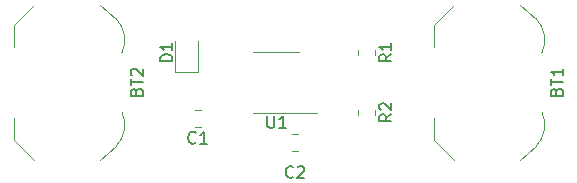
<source format=gbr>
%TF.GenerationSoftware,KiCad,Pcbnew,(6.0.7)*%
%TF.CreationDate,2022-09-19T01:01:14-07:00*%
%TF.ProjectId,Intro Project Alex Aarhus,496e7472-6f20-4507-926f-6a6563742041,rev?*%
%TF.SameCoordinates,Original*%
%TF.FileFunction,Legend,Top*%
%TF.FilePolarity,Positive*%
%FSLAX46Y46*%
G04 Gerber Fmt 4.6, Leading zero omitted, Abs format (unit mm)*
G04 Created by KiCad (PCBNEW (6.0.7)) date 2022-09-19 01:01:14*
%MOMM*%
%LPD*%
G01*
G04 APERTURE LIST*
%ADD10C,0.150000*%
%ADD11C,0.120000*%
G04 APERTURE END LIST*
D10*
%TO.C,R2*%
X190062380Y-76366666D02*
X189586190Y-76700000D01*
X190062380Y-76938095D02*
X189062380Y-76938095D01*
X189062380Y-76557142D01*
X189110000Y-76461904D01*
X189157619Y-76414285D01*
X189252857Y-76366666D01*
X189395714Y-76366666D01*
X189490952Y-76414285D01*
X189538571Y-76461904D01*
X189586190Y-76557142D01*
X189586190Y-76938095D01*
X189157619Y-75985714D02*
X189110000Y-75938095D01*
X189062380Y-75842857D01*
X189062380Y-75604761D01*
X189110000Y-75509523D01*
X189157619Y-75461904D01*
X189252857Y-75414285D01*
X189348095Y-75414285D01*
X189490952Y-75461904D01*
X190062380Y-76033333D01*
X190062380Y-75414285D01*
%TO.C,D1*%
X171522380Y-71858095D02*
X170522380Y-71858095D01*
X170522380Y-71620000D01*
X170570000Y-71477142D01*
X170665238Y-71381904D01*
X170760476Y-71334285D01*
X170950952Y-71286666D01*
X171093809Y-71286666D01*
X171284285Y-71334285D01*
X171379523Y-71381904D01*
X171474761Y-71477142D01*
X171522380Y-71620000D01*
X171522380Y-71858095D01*
X171522380Y-70334285D02*
X171522380Y-70905714D01*
X171522380Y-70620000D02*
X170522380Y-70620000D01*
X170665238Y-70715238D01*
X170760476Y-70810476D01*
X170808095Y-70905714D01*
%TO.C,C1*%
X173503333Y-78745142D02*
X173455714Y-78792761D01*
X173312857Y-78840380D01*
X173217619Y-78840380D01*
X173074761Y-78792761D01*
X172979523Y-78697523D01*
X172931904Y-78602285D01*
X172884285Y-78411809D01*
X172884285Y-78268952D01*
X172931904Y-78078476D01*
X172979523Y-77983238D01*
X173074761Y-77888000D01*
X173217619Y-77840380D01*
X173312857Y-77840380D01*
X173455714Y-77888000D01*
X173503333Y-77935619D01*
X174455714Y-78840380D02*
X173884285Y-78840380D01*
X174170000Y-78840380D02*
X174170000Y-77840380D01*
X174074761Y-77983238D01*
X173979523Y-78078476D01*
X173884285Y-78126095D01*
%TO.C,R1*%
X190062380Y-71286666D02*
X189586190Y-71620000D01*
X190062380Y-71858095D02*
X189062380Y-71858095D01*
X189062380Y-71477142D01*
X189110000Y-71381904D01*
X189157619Y-71334285D01*
X189252857Y-71286666D01*
X189395714Y-71286666D01*
X189490952Y-71334285D01*
X189538571Y-71381904D01*
X189586190Y-71477142D01*
X189586190Y-71858095D01*
X190062380Y-70334285D02*
X190062380Y-70905714D01*
X190062380Y-70620000D02*
X189062380Y-70620000D01*
X189205238Y-70715238D01*
X189300476Y-70810476D01*
X189348095Y-70905714D01*
%TO.C,BT1*%
X204048571Y-74445714D02*
X204096190Y-74302857D01*
X204143809Y-74255238D01*
X204239047Y-74207619D01*
X204381904Y-74207619D01*
X204477142Y-74255238D01*
X204524761Y-74302857D01*
X204572380Y-74398095D01*
X204572380Y-74779047D01*
X203572380Y-74779047D01*
X203572380Y-74445714D01*
X203620000Y-74350476D01*
X203667619Y-74302857D01*
X203762857Y-74255238D01*
X203858095Y-74255238D01*
X203953333Y-74302857D01*
X204000952Y-74350476D01*
X204048571Y-74445714D01*
X204048571Y-74779047D01*
X203572380Y-73921904D02*
X203572380Y-73350476D01*
X204572380Y-73636190D02*
X203572380Y-73636190D01*
X204572380Y-72493333D02*
X204572380Y-73064761D01*
X204572380Y-72779047D02*
X203572380Y-72779047D01*
X203715238Y-72874285D01*
X203810476Y-72969523D01*
X203858095Y-73064761D01*
%TO.C,C2*%
X181763333Y-81637142D02*
X181715714Y-81684761D01*
X181572857Y-81732380D01*
X181477619Y-81732380D01*
X181334761Y-81684761D01*
X181239523Y-81589523D01*
X181191904Y-81494285D01*
X181144285Y-81303809D01*
X181144285Y-81160952D01*
X181191904Y-80970476D01*
X181239523Y-80875238D01*
X181334761Y-80780000D01*
X181477619Y-80732380D01*
X181572857Y-80732380D01*
X181715714Y-80780000D01*
X181763333Y-80827619D01*
X182144285Y-80827619D02*
X182191904Y-80780000D01*
X182287142Y-80732380D01*
X182525238Y-80732380D01*
X182620476Y-80780000D01*
X182668095Y-80827619D01*
X182715714Y-80922857D01*
X182715714Y-81018095D01*
X182668095Y-81160952D01*
X182096666Y-81732380D01*
X182715714Y-81732380D01*
%TO.C,U1*%
X179578095Y-76512380D02*
X179578095Y-77321904D01*
X179625714Y-77417142D01*
X179673333Y-77464761D01*
X179768571Y-77512380D01*
X179959047Y-77512380D01*
X180054285Y-77464761D01*
X180101904Y-77417142D01*
X180149523Y-77321904D01*
X180149523Y-76512380D01*
X181149523Y-77512380D02*
X180578095Y-77512380D01*
X180863809Y-77512380D02*
X180863809Y-76512380D01*
X180768571Y-76655238D01*
X180673333Y-76750476D01*
X180578095Y-76798095D01*
%TO.C,BT2*%
X168488571Y-74445714D02*
X168536190Y-74302857D01*
X168583809Y-74255238D01*
X168679047Y-74207619D01*
X168821904Y-74207619D01*
X168917142Y-74255238D01*
X168964761Y-74302857D01*
X169012380Y-74398095D01*
X169012380Y-74779047D01*
X168012380Y-74779047D01*
X168012380Y-74445714D01*
X168060000Y-74350476D01*
X168107619Y-74302857D01*
X168202857Y-74255238D01*
X168298095Y-74255238D01*
X168393333Y-74302857D01*
X168440952Y-74350476D01*
X168488571Y-74445714D01*
X168488571Y-74779047D01*
X168012380Y-73921904D02*
X168012380Y-73350476D01*
X169012380Y-73636190D02*
X168012380Y-73636190D01*
X168107619Y-73064761D02*
X168060000Y-73017142D01*
X168012380Y-72921904D01*
X168012380Y-72683809D01*
X168060000Y-72588571D01*
X168107619Y-72540952D01*
X168202857Y-72493333D01*
X168298095Y-72493333D01*
X168440952Y-72540952D01*
X169012380Y-73112380D01*
X169012380Y-72493333D01*
D11*
%TO.C,R2*%
X187225000Y-75972936D02*
X187225000Y-76427064D01*
X188695000Y-75972936D02*
X188695000Y-76427064D01*
%TO.C,D1*%
X171760000Y-72805000D02*
X173680000Y-72805000D01*
X171760000Y-70120000D02*
X171760000Y-72805000D01*
X173680000Y-72805000D02*
X173680000Y-70120000D01*
%TO.C,C1*%
X173931252Y-75973000D02*
X173408748Y-75973000D01*
X173931252Y-77443000D02*
X173408748Y-77443000D01*
%TO.C,R1*%
X187225000Y-70892936D02*
X187225000Y-71347064D01*
X188695000Y-70892936D02*
X188695000Y-71347064D01*
%TO.C,BT1*%
X195370000Y-80210000D02*
X193720000Y-78560000D01*
X193720000Y-68760000D02*
X193720000Y-70660000D01*
X200970000Y-67110000D02*
X202320000Y-68260000D01*
X193720000Y-78560000D02*
X193720000Y-76660000D01*
X193720000Y-68760000D02*
X195370000Y-67110000D01*
X200970000Y-80210000D02*
X202320000Y-79060000D01*
X202320000Y-79060000D02*
G75*
G03*
X202817607Y-76164098I-1800000J1800000D01*
G01*
X202816459Y-71158306D02*
G75*
G03*
X202320000Y-68260000I-2296459J1098306D01*
G01*
%TO.C,C2*%
X181668748Y-79475000D02*
X182191252Y-79475000D01*
X181668748Y-78005000D02*
X182191252Y-78005000D01*
%TO.C,U1*%
X180340000Y-71100000D02*
X182290000Y-71100000D01*
X180340000Y-76220000D02*
X178390000Y-76220000D01*
X180340000Y-71100000D02*
X178390000Y-71100000D01*
X180340000Y-76220000D02*
X183790000Y-76220000D01*
%TO.C,BT2*%
X159810000Y-80210000D02*
X158160000Y-78560000D01*
X165410000Y-67110000D02*
X166760000Y-68260000D01*
X158160000Y-78560000D02*
X158160000Y-76660000D01*
X158160000Y-68760000D02*
X158160000Y-70660000D01*
X158160000Y-68760000D02*
X159810000Y-67110000D01*
X165410000Y-80210000D02*
X166760000Y-79060000D01*
X166760000Y-79060000D02*
G75*
G03*
X167257607Y-76164098I-1800000J1800000D01*
G01*
X167256459Y-71158306D02*
G75*
G03*
X166760000Y-68260000I-2296459J1098306D01*
G01*
%TD*%
M02*

</source>
